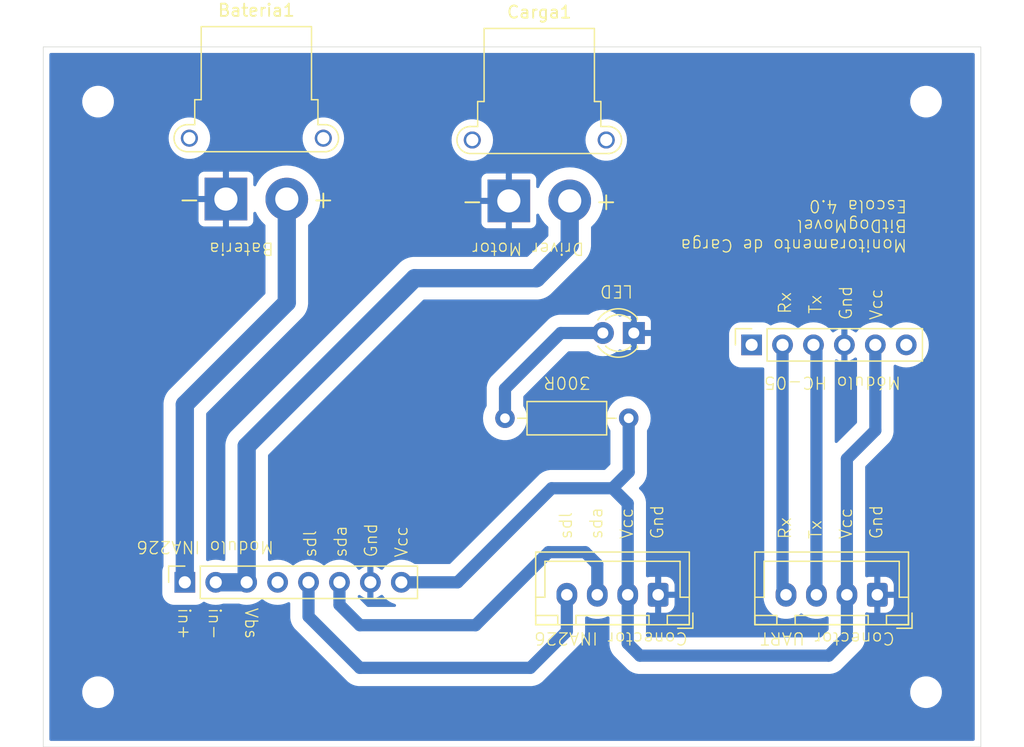
<source format=kicad_pcb>
(kicad_pcb (version 20240108) (generator "pcbnew") (generator_version "8.0")
  (layers (0 "F.Cu" signal) (31 "B.Cu" signal) (34 "B.Paste" user) (35 "F.Paste" user) (36 "B.SilkS" user "B.Silkscreen") (37 "F.SilkS" user "F.Silkscreen") (38 "B.Mask" user) (39 "F.Mask" user) (44 "Edge.Cuts" user))
  (net 0 "")
  (net 1 "GND")
  (net 2 "Net-(D1-A)")
  (net 3 "sdl")
  (net 4 "sda")
  (net 5 "VCC")
  (net 6 "Rx")
  (net 7 "Tx")
  (net 8 "Net-(Bateria1-Pin_2)")
  (net 9 "Net-(Carga1-Pin_2)")
  (footprint "Connector_AMASS:AMASS_XT30PW-F_1x02_P2.50mm_Horizontal" (layer "F.Cu") (at 97.5 56)
    (property "Reference" "Bateria1" (at 2.5 -15.5 0) (layer "F.SilkS"))
    (property "Value" "Screw_Terminal_01x02")
    (fp_line (start -3.26 -6.11) (end -2.56 -6.11) (stroke (width 0.12)) (layer "F.SilkS"))
    (fp_line (start -3.26 -3.89) (end 8.26 -3.89) (stroke (width 0.12)) (layer "F.SilkS"))
    (fp_line (start -2.56 -8.16) (end -2.56 -6.11) (stroke (width 0.12)) (layer "F.SilkS"))
    (fp_line (start -2.56 -8.16) (end -2.03 -8.16) (stroke (width 0.12)) (layer "F.SilkS"))
    (fp_line (start -2.03 -14.16) (end -2.03 -8.16) (stroke (width 0.12)) (layer "F.SilkS"))
    (fp_line (start -2.03 -14.16) (end 7 -14.16) (stroke (width 0.12)) (layer "F.SilkS"))
    (fp_line (start 7.03 -14.16) (end 7.03 -8.16) (stroke (width 0.12)) (layer "F.SilkS"))
    (fp_line (start 7.03 -8.16) (end 7.56 -8.16) (stroke (width 0.12)) (layer "F.SilkS"))
    (fp_line (start 7.56 -8.16) (end 7.56 -6.11) (stroke (width 0.12)) (layer "F.SilkS"))
    (fp_line (start 7.56 -6.11) (end 8.26 -6.11) (stroke (width 0.12)) (layer "F.SilkS"))
    (fp_arc (start -3.321729 -3.903365) (mid -4.256653 -5.086124) (end -3.15 -6.11) (stroke (width 0.12)) (layer "F.SilkS"))
    (fp_arc (start 8.15 -6.11) (mid 9.26 -5) (end 8.15 -3.89) (stroke (width 0.12)) (layer "F.SilkS"))
    (fp_text user "+" (at 8 0 0) (layer "F.SilkS") (effects (font (size 1.5 1.5))))
    (fp_text user "-" (at -3 0 0) (layer "F.SilkS") (effects (font (size 1.5 1.5))))
    (pad "" thru_hole circle (at -3 -5 90) (size 1.4 1.4) (drill 1) (layers "*.Cu" "*.Mask"))
    (pad "" thru_hole circle (at 8 -5) (size 1.4 1.4) (drill 1) (layers "*.Cu" "*.Mask"))
    (pad "1" thru_hole rect (at 0 0) (size 3.5 3.5) (drill 1.9) (layers "*.Cu" "*.Mask") (net 1 "GND"))
    (pad "2" thru_hole circle (at 5 0) (size 3.5 3.5) (drill 1.9) (layers "*.Cu" "*.Mask") (net 8 "Net-(Bateria1-Pin_2)"))
  )
  (footprint "LED_THT:LED_D3.0mm" (layer "F.Cu") (at 131 67 180)
    (property "Reference" "D1" (hide yes))
    (property "Value" "LED")
    (fp_line (start -0.29 1.08) (end -0.29 1.236) (stroke (width 0.12)) (layer "F.SilkS"))
    (fp_line (start -0.29 -1.236) (end -0.29 -1.08) (stroke (width 0.12)) (layer "F.SilkS"))
    (fp_arc (start 2.942335 1.078608) (mid 1.366487 1.987659) (end -0.29 1.235516) (stroke (width 0.12)) (layer "F.SilkS"))
    (fp_arc (start 2.31113 1.079837) (mid 1.270117 1.5) (end 0.229039 1.08) (stroke (width 0.12)) (layer "F.SilkS"))
    (fp_arc (start 0.229039 -1.08) (mid 1.270117 -1.5) (end 2.31113 -1.079837) (stroke (width 0.12)) (layer "F.SilkS"))
    (fp_arc (start -0.29 -1.235516) (mid 1.366487 -1.987659) (end 2.942335 -1.078608) (stroke (width 0.12)) (layer "F.SilkS"))
    (pad "1" thru_hole rect (at 0 0 180) (size 1.8 1.8) (drill 0.9) (layers "*.Cu" "*.Mask") (net 1 "GND"))
    (pad "2" thru_hole circle (at 2.54 0 180) (size 1.8 1.8) (drill 0.9) (layers "*.Cu" "*.Mask") (net 2 "Net-(D1-A)"))
  )
  (footprint "MountingHole:MountingHole_2.1mm" (layer "F.Cu") (at 155 96.5)
    (property "Reference" "REF**" (hide yes))
    (property "Value" "MountingHole_2.1mm")
    (pad "" np_thru_hole circle (at 0 0) (size 2.1 2.1) (drill 2.1) (layers "*.Cu" "*.Mask"))
  )
  (footprint "Connector_PinSocket_2.54mm:PinSocket_1x06_P2.54mm_Vertical" (layer "F.Cu") (at 140.675 67.975 90)
    (property "Reference" "HC5" (hide yes))
    (property "Value" "Conn_01x06_Socket")
    (fp_line (start 1.33 -1.33) (end 1.33 0) (stroke (width 0.12)) (layer "F.SilkS"))
    (fp_line (start 0 -1.33) (end 1.33 -1.33) (stroke (width 0.12)) (layer "F.SilkS"))
    (fp_line (start 1.33 1.27) (end 1.33 14.03) (stroke (width 0.12)) (layer "F.SilkS"))
    (fp_line (start -1.33 1.27) (end 1.33 1.27) (stroke (width 0.12)) (layer "F.SilkS"))
    (fp_line (start -1.33 1.27) (end -1.33 14.03) (stroke (width 0.12)) (layer "F.SilkS"))
    (fp_line (start -1.33 14.03) (end 1.33 14.03) (stroke (width 0.12)) (layer "F.SilkS"))
    (pad "1" thru_hole rect (at 0 0 90) (size 1.7 1.7) (drill 1) (layers "*.Cu" "*.Mask"))
    (pad "2" thru_hole oval (at 0 2.54 90) (size 1.7 1.7) (drill 1) (layers "*.Cu" "*.Mask") (net 6 "Rx"))
    (pad "3" thru_hole oval (at 0 5.08 90) (size 1.7 1.7) (drill 1) (layers "*.Cu" "*.Mask") (net 7 "Tx"))
    (pad "4" thru_hole oval (at 0 7.62 90) (size 1.7 1.7) (drill 1) (layers "*.Cu" "*.Mask") (net 1 "GND"))
    (pad "5" thru_hole oval (at 0 10.16 90) (size 1.7 1.7) (drill 1) (layers "*.Cu" "*.Mask") (net 5 "VCC"))
    (pad "6" thru_hole oval (at 0 12.7 90) (size 1.7 1.7) (drill 1) (layers "*.Cu" "*.Mask"))
  )
  (footprint "Connector_AMASS:AMASS_XT30PW-F_1x02_P2.50mm_Horizontal" (layer "F.Cu") (at 120.735 56.15)
    (property "Reference" "Carga1" (at 2.5 -15.5 0) (layer "F.SilkS"))
    (property "Value" "Screw_Terminal_01x02")
    (fp_line (start -3.26 -6.11) (end -2.56 -6.11) (stroke (width 0.12)) (layer "F.SilkS"))
    (fp_line (start -3.26 -3.89) (end 8.26 -3.89) (stroke (width 0.12)) (layer "F.SilkS"))
    (fp_line (start -2.56 -8.16) (end -2.56 -6.11) (stroke (width 0.12)) (layer "F.SilkS"))
    (fp_line (start -2.56 -8.16) (end -2.03 -8.16) (stroke (width 0.12)) (layer "F.SilkS"))
    (fp_line (start -2.03 -14.16) (end -2.03 -8.16) (stroke (width 0.12)) (layer "F.SilkS"))
    (fp_line (start -2.03 -14.16) (end 7 -14.16) (stroke (width 0.12)) (layer "F.SilkS"))
    (fp_line (start 7.03 -14.16) (end 7.03 -8.16) (stroke (width 0.12)) (layer "F.SilkS"))
    (fp_line (start 7.03 -8.16) (end 7.56 -8.16) (stroke (width 0.12)) (layer "F.SilkS"))
    (fp_line (start 7.56 -8.16) (end 7.56 -6.11) (stroke (width 0.12)) (layer "F.SilkS"))
    (fp_line (start 7.56 -6.11) (end 8.26 -6.11) (stroke (width 0.12)) (layer "F.SilkS"))
    (fp_arc (start -3.321729 -3.903365) (mid -4.256653 -5.086124) (end -3.15 -6.11) (stroke (width 0.12)) (layer "F.SilkS"))
    (fp_arc (start 8.15 -6.11) (mid 9.26 -5) (end 8.15 -3.89) (stroke (width 0.12)) (layer "F.SilkS"))
    (fp_text user "+" (at 8 0 0) (layer "F.SilkS") (effects (font (size 1.5 1.5))))
    (fp_text user "-" (at -3 0 0) (layer "F.SilkS") (effects (font (size 1.5 1.5))))
    (pad "" thru_hole circle (at -3 -5 90) (size 1.4 1.4) (drill 1) (layers "*.Cu" "*.Mask"))
    (pad "" thru_hole circle (at 8 -5) (size 1.4 1.4) (drill 1) (layers "*.Cu" "*.Mask"))
    (pad "1" thru_hole rect (at 0 0) (size 3.5 3.5) (drill 1.9) (layers "*.Cu" "*.Mask") (net 1 "GND"))
    (pad "2" thru_hole circle (at 5 0) (size 3.5 3.5) (drill 1.9) (layers "*.Cu" "*.Mask") (net 9 "Net-(Carga1-Pin_2)"))
  )
  (footprint "Connector_JST:JST_XH_B4B-XH-A_1x04_P2.50mm_Vertical" (layer "F.Cu") (at 133 88.5 180)
    (property "Reference" "ConectorINA226" (hide yes))
    (property "Value" "Conn_01x04_Pin")
    (fp_line (start 10.06 3.51) (end 10.06 -2.46) (stroke (width 0.12)) (layer "F.SilkS"))
    (fp_line (start 10.06 -2.46) (end -2.56 -2.46) (stroke (width 0.12)) (layer "F.SilkS"))
    (fp_line (start 10.05 -0.2) (end 9.3 -0.2) (stroke (width 0.12)) (layer "F.SilkS"))
    (fp_line (start 10.05 -1.7) (end 10.05 -2.45) (stroke (width 0.12)) (layer "F.SilkS"))
    (fp_line (start 10.05 -2.45) (end 8.25 -2.45) (stroke (width 0.12)) (layer "F.SilkS"))
    (fp_line (start 9.3 2.75) (end 3.75 2.75) (stroke (width 0.12)) (layer "F.SilkS"))
    (fp_line (start 9.3 -0.2) (end 9.3 2.75) (stroke (width 0.12)) (layer "F.SilkS"))
    (fp_line (start 8.25 -1.7) (end 10.05 -1.7) (stroke (width 0.12)) (layer "F.SilkS"))
    (fp_line (start 8.25 -2.45) (end 8.25 -1.7) (stroke (width 0.12)) (layer "F.SilkS"))
    (fp_line (start 6.75 -1.7) (end 6.75 -2.45) (stroke (width 0.12)) (layer "F.SilkS"))
    (fp_line (start 6.75 -2.45) (end 0.75 -2.45) (stroke (width 0.12)) (layer "F.SilkS"))
    (fp_line (start 0.75 -1.7) (end 6.75 -1.7) (stroke (width 0.12)) (layer "F.SilkS"))
    (fp_line (start 0.75 -2.45) (end 0.75 -1.7) (stroke (width 0.12)) (layer "F.SilkS"))
    (fp_line (start -0.75 -1.7) (end -0.75 -2.45) (stroke (width 0.12)) (layer "F.SilkS"))
    (fp_line (start -0.75 -2.45) (end -2.55 -2.45) (stroke (width 0.12)) (layer "F.SilkS"))
    (fp_line (start -1.6 -2.75) (end -2.85 -2.75) (stroke (width 0.12)) (layer "F.SilkS"))
    (fp_line (start -1.8 2.75) (end 3.75 2.75) (stroke (width 0.12)) (layer "F.SilkS"))
    (fp_line (start -1.8 -0.2) (end -1.8 2.75) (stroke (width 0.12)) (layer "F.SilkS"))
    (fp_line (start -2.55 -0.2) (end -1.8 -0.2) (stroke (width 0.12)) (layer "F.SilkS"))
    (fp_line (start -2.55 -1.7) (end -0.75 -1.7) (stroke (width 0.12)) (layer "F.SilkS"))
    (fp_line (start -2.55 -2.45) (end -2.55 -1.7) (stroke (width 0.12)) (layer "F.SilkS"))
    (fp_line (start -2.56 3.51) (end 10.06 3.51) (stroke (width 0.12)) (layer "F.SilkS"))
    (fp_line (start -2.56 -2.46) (end -2.56 3.51) (stroke (width 0.12)) (layer "F.SilkS"))
    (fp_line (start -2.85 -2.75) (end -2.85 -1.5) (stroke (width 0.12)) (layer "F.SilkS"))
    (pad "1" thru_hole roundrect (at 0 0 180) (size 1.7 1.95) (drill 0.95) (layers "*.Cu" "*.Mask") (roundrect_rratio 0.147059) (net 1 "GND"))
    (pad "2" thru_hole oval (at 2.5 0 180) (size 1.7 1.95) (drill 0.95) (layers "*.Cu" "*.Mask") (net 5 "VCC"))
    (pad "3" thru_hole oval (at 5 0 180) (size 1.7 1.95) (drill 0.95) (layers "*.Cu" "*.Mask") (net 4 "sda"))
    (pad "4" thru_hole oval (at 7.5 0 180) (size 1.7 1.95) (drill 0.95) (layers "*.Cu" "*.Mask") (net 3 "sdl"))
  )
  (footprint "MountingHole:MountingHole_2.1mm" (layer "F.Cu") (at 87 96.5)
    (property "Reference" "REF**" (hide yes))
    (property "Value" "MountingHole_2.1mm")
    (pad "" np_thru_hole circle (at 0 0) (size 2.1 2.1) (drill 2.1) (layers "*.Cu" "*.Mask"))
  )
  (footprint "Connector_PinSocket_2.54mm:PinSocket_1x08_P2.54mm_Vertical" (layer "F.Cu") (at 94.125 87.475 90)
    (property "Reference" "Modulo_INA226" (hide yes))
    (property "Value" "Conn_01x08_Socket")
    (fp_line (start 1.33 -1.33) (end 1.33 0) (stroke (width 0.12)) (layer "F.SilkS"))
    (fp_line (start 0 -1.33) (end 1.33 -1.33) (stroke (width 0.12)) (layer "F.SilkS"))
    (fp_line (start 1.33 1.27) (end 1.33 19.11) (stroke (width 0.12)) (layer "F.SilkS"))
    (fp_line (start -1.33 1.27) (end 1.33 1.27) (stroke (width 0.12)) (layer "F.SilkS"))
    (fp_line (start -1.33 1.27) (end -1.33 19.11) (stroke (width 0.12)) (layer "F.SilkS"))
    (fp_line (start -1.33 19.11) (end 1.33 19.11) (stroke (width 0.12)) (layer "F.SilkS"))
    (pad "1" thru_hole rect (at 0 0 90) (size 1.7 1.7) (drill 1) (layers "*.Cu" "*.Mask") (net 8 "Net-(Bateria1-Pin_2)"))
    (pad "2" thru_hole oval (at 0 2.54 90) (size 1.7 1.7) (drill 1) (layers "*.Cu" "*.Mask") (net 9 "Net-(Carga1-Pin_2)"))
    (pad "3" thru_hole oval (at 0 5.08 90) (size 1.7 1.7) (drill 1) (layers "*.Cu" "*.Mask") (net 9 "Net-(Carga1-Pin_2)"))
    (pad "4" thru_hole oval (at 0 7.62 90) (size 1.7 1.7) (drill 1) (layers "*.Cu" "*.Mask"))
    (pad "5" thru_hole oval (at 0 10.16 90) (size 1.7 1.7) (drill 1) (layers "*.Cu" "*.Mask") (net 3 "sdl"))
    (pad "6" thru_hole oval (at 0 12.7 90) (size 1.7 1.7) (drill 1) (layers "*.Cu" "*.Mask") (net 4 "sda"))
    (pad "7" thru_hole oval (at 0 15.24 90) (size 1.7 1.7) (drill 1) (layers "*.Cu" "*.Mask") (net 1 "GND"))
    (pad "8" thru_hole oval (at 0 17.78 90) (size 1.7 1.7) (drill 1) (layers "*.Cu" "*.Mask") (net 5 "VCC"))
  )
  (footprint "MountingHole:MountingHole_2.1mm" (layer "F.Cu") (at 87 48)
    (property "Reference" "REF**" (hide yes))
    (property "Value" "MountingHole_2.1mm")
    (pad "" np_thru_hole circle (at 0 0) (size 2.1 2.1) (drill 2.1) (layers "*.Cu" "*.Mask"))
  )
  (footprint "MountingHole:MountingHole_2.1mm" (layer "F.Cu") (at 155 48)
    (property "Reference" "REF**" (hide yes))
    (property "Value" "MountingHole_2.1mm")
    (pad "" np_thru_hole circle (at 0 0) (size 2.1 2.1) (drill 2.1) (layers "*.Cu" "*.Mask"))
  )
  (footprint "Resistor_THT:R_Axial_DIN0207_L6.3mm_D2.5mm_P10.16mm_Horizontal" (layer "F.Cu") (at 130.58 74 180)
    (property "Reference" "R1" (hide yes))
    (property "Value" "300R")
    (fp_line (start 9.12 0) (end 8.35 0) (stroke (width 0.12)) (layer "F.SilkS"))
    (fp_line (start 8.35 1.37) (end 8.35 -1.37) (stroke (width 0.12)) (layer "F.SilkS"))
    (fp_line (start 8.35 -1.37) (end 1.81 -1.37) (stroke (width 0.12)) (layer "F.SilkS"))
    (fp_line (start 1.81 1.37) (end 8.35 1.37) (stroke (width 0.12)) (layer "F.SilkS"))
    (fp_line (start 1.81 -1.37) (end 1.81 1.37) (stroke (width 0.12)) (layer "F.SilkS"))
    (fp_line (start 1.04 0) (end 1.81 0) (stroke (width 0.12)) (layer "F.SilkS"))
    (pad "1" thru_hole circle (at 0 0 180) (size 1.6 1.6) (drill 0.8) (layers "*.Cu" "*.Mask") (net 5 "VCC"))
    (pad "2" thru_hole oval (at 10.16 0 180) (size 1.6 1.6) (drill 0.8) (layers "*.Cu" "*.Mask") (net 2 "Net-(D1-A)"))
  )
  (footprint "Connector_JST:JST_XH_B4B-XH-A_1x04_P2.50mm_Vertical" (layer "F.Cu") (at 151 88.5 180)
    (property "Reference" "Conector_Uart1" (hide yes))
    (property "Value" "Conn_01x04_Pin")
    (fp_line (start 10.06 3.51) (end 10.06 -2.46) (stroke (width 0.12)) (layer "F.SilkS"))
    (fp_line (start 10.06 -2.46) (end -2.56 -2.46) (stroke (width 0.12)) (layer "F.SilkS"))
    (fp_line (start 10.05 -0.2) (end 9.3 -0.2) (stroke (width 0.12)) (layer "F.SilkS"))
    (fp_line (start 10.05 -1.7) (end 10.05 -2.45) (stroke (width 0.12)) (layer "F.SilkS"))
    (fp_line (start 10.05 -2.45) (end 8.25 -2.45) (stroke (width 0.12)) (layer "F.SilkS"))
    (fp_line (start 9.3 2.75) (end 3.75 2.75) (stroke (width 0.12)) (layer "F.SilkS"))
    (fp_line (start 9.3 -0.2) (end 9.3 2.75) (stroke (width 0.12)) (layer "F.SilkS"))
    (fp_line (start 8.25 -1.7) (end 10.05 -1.7) (stroke (width 0.12)) (layer "F.SilkS"))
    (fp_line (start 8.25 -2.45) (end 8.25 -1.7) (stroke (width 0.12)) (layer "F.SilkS"))
    (fp_line (start 6.75 -1.7) (end 6.75 -2.45) (stroke (width 0.12)) (layer "F.SilkS"))
    (fp_line (start 6.75 -2.45) (end 0.75 -2.45) (stroke (width 0.12)) (layer "F.SilkS"))
    (fp_line (start 0.75 -1.7) (end 6.75 -1.7) (stroke (width 0.12)) (layer "F.SilkS"))
    (fp_line (start 0.75 -2.45) (end 0.75 -1.7) (stroke (width 0.12)) (layer "F.SilkS"))
    (fp_line (start -0.75 -1.7) (end -0.75 -2.45) (stroke (width 0.12)) (layer "F.SilkS"))
    (fp_line (start -0.75 -2.45) (end -2.55 -2.45) (stroke (width 0.12)) (layer "F.SilkS"))
    (fp_line (start -1.6 -2.75) (end -2.85 -2.75) (stroke (width 0.12)) (layer "F.SilkS"))
    (fp_line (start -1.8 2.75) (end 3.75 2.75) (stroke (width 0.12)) (layer "F.SilkS"))
    (fp_line (start -1.8 -0.2) (end -1.8 2.75) (stroke (width 0.12)) (layer "F.SilkS"))
    (fp_line (start -2.55 -0.2) (end -1.8 -0.2) (stroke (width 0.12)) (layer "F.SilkS"))
    (fp_line (start -2.55 -1.7) (end -0.75 -1.7) (stroke (width 0.12)) (layer "F.SilkS"))
    (fp_line (start -2.55 -2.45) (end -2.55 -1.7) (stroke (width 0.12)) (layer "F.SilkS"))
    (fp_line (start -2.56 3.51) (end 10.06 3.51) (stroke (width 0.12)) (layer "F.SilkS"))
    (fp_line (start -2.56 -2.46) (end -2.56 3.51) (stroke (width 0.12)) (layer "F.SilkS"))
    (fp_line (start -2.85 -2.75) (end -2.85 -1.5) (stroke (width 0.12)) (layer "F.SilkS"))
    (pad "1" thru_hole roundrect (at 0 0 180) (size 1.7 1.95) (drill 0.95) (layers "*.Cu" "*.Mask") (roundrect_rratio 0.147059) (net 1 "GND"))
    (pad "2" thru_hole oval (at 2.5 0 180) (size 1.7 1.95) (drill 0.95) (layers "*.Cu" "*.Mask") (net 5 "VCC"))
    (pad "3" thru_hole oval (at 5 0 180) (size 1.7 1.95) (drill 0.95) (layers "*.Cu" "*.Mask") (net 7 "Tx"))
    (pad "4" thru_hole oval (at 7.5 0 180) (size 1.7 1.95) (drill 0.95) (layers "*.Cu" "*.Mask") (net 6 "Rx"))
  )
  (gr_rect (start 82.5 43.5) (end 159.5 101) (stroke (width 0.05)) (fill none) (layer "Edge.Cuts"))
  (gr_text "Gnd" (at 133.5 84 90) (layer "F.SilkS") (effects (font (size 1 1) (thickness 0.1)) (justify left bottom)))
  (gr_text "in+" (at 93.5 89.5 -90) (layer "F.SilkS") (effects (font (size 1 1) (thickness 0.1)) (justify left bottom)))
  (gr_text "Vcc" (at 149 84 90) (layer "F.SilkS") (effects (font (size 1 1) (thickness 0.1)) (justify left bottom)))
  (gr_text "Rx" (at 144 65.5 90) (layer "F.SilkS") (effects (font (size 1 1) (thickness 0.1)) (justify left bottom)))
  (gr_text "Gnd" (at 149 66 90) (layer "F.SilkS") (effects (font (size 1 1) (thickness 0.1)) (justify left bottom)))
  (gr_text "sda" (at 128.5 84 90) (layer "F.SilkS") (effects (font (size 1 1) (thickness 0.1)) (justify left bottom)))
  (gr_text "Conector INA226" (at 135.5 91.5 180) (layer "F.SilkS") (effects (font (size 1 1) (thickness 0.1)) (justify left bottom)))
  (gr_text "Modulo INA226" (at 101.5 84 180) (layer "F.SilkS") (effects (font (size 1 1) (thickness 0.1)) (justify left bottom)))
  (gr_text "Vbs" (at 99 89.5 -90) (layer "F.SilkS") (effects (font (size 1 1) (thickness 0.1)) (justify left bottom)))
  (gr_text "Vcc" (at 151.5 66 90) (layer "F.SilkS") (effects (font (size 1 1) (thickness 0.1)) (justify left bottom)))
  (gr_text "Gnd" (at 151.5 84 90) (layer "F.SilkS") (effects (font (size 1 1) (thickness 0.1)) (justify left bottom)))
  (gr_text "LED" (at 131 63 180) (layer "F.SilkS") (effects (font (size 1 1) (thickness 0.1)) (justify left bottom)))
  (gr_text "sdl" (at 105 85.5 90) (layer "F.SilkS") (effects (font (size 1 1) (thickness 0.1)) (justify left bottom)))
  (gr_text "sda" (at 107.5 85.5 90) (layer "F.SilkS") (effects (font (size 1 1) (thickness 0.1)) (justify left bottom)))
  (gr_text "Tx" (at 146.5 65.5 90) (layer "F.SilkS") (effects (font (size 1 1) (thickness 0.1)) (justify left bottom)))
  (gr_text "Vcc" (at 112.5 85.5 90) (layer "F.SilkS") (effects (font (size 1 1) (thickness 0.1)) (justify left bottom)))
  (gr_text "Módulo HC-05" (at 153 70.5 180) (layer "F.SilkS") (effects (font (size 1 1) (thickness 0.1)) (justify left bottom)))
  (gr_text "Rx" (at 144 84 90) (layer "F.SilkS") (effects (font (size 1 1) (thickness 0.1)) (justify left bottom)))
  (gr_text "Tx" (at 146.5 84 90) (layer "F.SilkS") (effects (font (size 1 1) (thickness 0.1)) (justify left bottom)))
  (gr_text "sdl" (at 126 84 90) (layer "F.SilkS") (effects (font (size 1 1) (thickness 0.1)) (justify left bottom)))
  (gr_text "Gnd" (at 110 85.5 90) (layer "F.SilkS") (effects (font (size 1 1) (thickness 0.1)) (justify left bottom)))
  (gr_text "Conector UART" (at 152.5 91.5 180) (layer "F.SilkS") (effects (font (size 1 1) (thickness 0.1)) (justify left bottom)))
  (gr_text "Monitoramento de Carga\nBitDogMovel\nEscola 4.0" (at 153.5 56 180) (layer "F.SilkS") (effects (font (size 1 1) (thickness 0.1)) (justify left bottom)))
  (gr_text "Driver Motor " (at 127 59.5 180) (layer "F.SilkS") (effects (font (size 1 1) (thickness 0.1)) (justify left bottom)))
  (gr_text "in-" (at 96 89.5 -90) (layer "F.SilkS") (effects (font (size 1 1) (thickness 0.1)) (justify left bottom)))
  (gr_text "Bateria" (at 101.5 59.5 180) (layer "F.SilkS") (effects (font (size 1 1) (thickness 0.1)) (justify left bottom)))
  (gr_text "Vcc" (at 131 84 90) (layer "F.SilkS") (effects (font (size 1 1) (thickness 0.1)) (justify left bottom)))
  (gr_text "300R" (at 127.5 70.5 180) (layer "F.SilkS") (effects (font (size 1 1) (thickness 0.1)) (justify left bottom)))
  (segment (start 125 67) (end 128.46 67) (width 1) (layer "B.Cu") (net 2))
  (segment (start 120.42 74) (end 120.42 71.58) (width 1) (layer "B.Cu") (net 2))
  (segment (start 120.42 71.58) (end 125 67) (width 1) (layer "B.Cu") (net 2))
  (segment (start 122.5 94.5) (end 125.5 91.5) (width 1) (layer "B.Cu") (net 3))
  (segment (start 104.285 90.285) (end 108.5 94.5) (width 1) (layer "B.Cu") (net 3))
  (segment (start 108.5 94.5) (end 122.5 94.5) (width 1) (layer "B.Cu") (net 3))
  (segment (start 125.5 91.5) (end 125.5 88.5) (width 1) (layer "B.Cu") (net 3))
  (segment (start 104.285 87.475) (end 104.285 90.285) (width 1) (layer "B.Cu") (net 3))
  (segment (start 128 86) (end 128 88.5) (width 1) (layer "B.Cu") (net 4))
  (segment (start 127 85) (end 128 86) (width 1) (layer "B.Cu") (net 4))
  (segment (start 118 91) (end 124 85) (width 1) (layer "B.Cu") (net 4))
  (segment (start 108.5 91) (end 118 91) (width 1) (layer "B.Cu") (net 4))
  (segment (start 106.825 89.325) (end 106.825 87.475) (width 1) (layer "B.Cu") (net 4))
  (segment (start 124 85) (end 127 85) (width 1) (layer "B.Cu") (net 4))
  (segment (start 108.5 91) (end 106.825 89.325) (width 1) (layer "B.Cu") (net 4))
  (segment (start 148.5 77.335) (end 150.835 75) (width 1) (layer "B.Cu") (net 5))
  (segment (start 148.5 88.5) (end 148.5 92) (width 1) (layer "B.Cu") (net 5))
  (segment (start 130.5 92.5) (end 130.5 88.5) (width 1) (layer "B.Cu") (net 5))
  (segment (start 147 93.5) (end 131.5 93.5) (width 1) (layer "B.Cu") (net 5))
  (segment (start 148.5 88.5) (end 148.5 77.335) (width 1) (layer "B.Cu") (net 5))
  (segment (start 148.5 92) (end 147 93.5) (width 1) (layer "B.Cu") (net 5))
  (segment (start 124.25 79.75) (end 129.25 79.75) (width 1) (layer "B.Cu") (net 5))
  (segment (start 130.5 81) (end 129.25 79.75) (width 1) (layer "B.Cu") (net 5))
  (segment (start 116.525 87.475) (end 124.25 79.75) (width 1) (layer "B.Cu") (net 5))
  (segment (start 131.5 93.5) (end 130.5 92.5) (width 1) (layer "B.Cu") (net 5))
  (segment (start 150.835 67.975) (end 150.835 75) (width 1) (layer "B.Cu") (net 5))
  (segment (start 130.5 88.5) (end 130.5 81) (width 1) (layer "B.Cu") (net 5))
  (segment (start 130.58 74) (end 130.58 78.42) (width 1) (layer "B.Cu") (net 5))
  (segment (start 129.25 79.75) (end 130.58 78.42) (width 1) (layer "B.Cu") (net 5))
  (segment (start 111.905 87.475) (end 116.525 87.475) (width 1) (layer "B.Cu") (net 5))
  (segment (start 143.215 67.975) (end 143.215 88.215) (width 1) (layer "B.Cu") (net 6))
  (segment (start 143.215 88.215) (end 143.5 88.5) (width 1) (layer "B.Cu") (net 6))
  (segment (start 146 88.5) (end 146 68.22) (width 1) (layer "B.Cu") (net 7))
  (segment (start 146 68.22) (end 145.755 67.975) (width 1) (layer "B.Cu") (net 7))
  (segment (start 102.5 64.5) (end 102.5 56) (width 1.5) (layer "B.Cu") (net 8))
  (segment (start 94.125 72.875) (end 102.5 64.5) (width 1.5) (layer "B.Cu") (net 8))
  (segment (start 94.125 87.475) (end 94.125 72.875) (width 1.5) (layer "B.Cu") (net 8))
  (segment (start 96.665 87.475) (end 99.205 87.475) (width 1.5) (layer "B.Cu") (net 9))
  (segment (start 99.205 76.295) (end 99.205 87.475) (width 1.5) (layer "B.Cu") (net 9))
  (segment (start 123 62.5) (end 113 62.5) (width 1.5) (layer "B.Cu") (net 9))
  (segment (start 113 62.5) (end 99.205 76.295) (width 1.5) (layer "B.Cu") (net 9))
  (segment (start 125.735 59.765) (end 123 62.5) (width 1.5) (layer "B.Cu") (net 9))
  (segment (start 125.735 56.15) (end 125.735 59.765) (width 1.5) (layer "B.Cu") (net 9))
  (zone (net 1) (net_name "GND") (layer "B.Cu") (connect_pads (clearance 1)) (min_thickness 0.25) (fill yes (thermal_gap 0.5) (thermal_bridge_width 0.5))
    (polygon (pts (xy 159.5 43.5) (xy 159.5 101) (xy 82.5 101) (xy 82.5 43.5)))
  )
)
</source>
